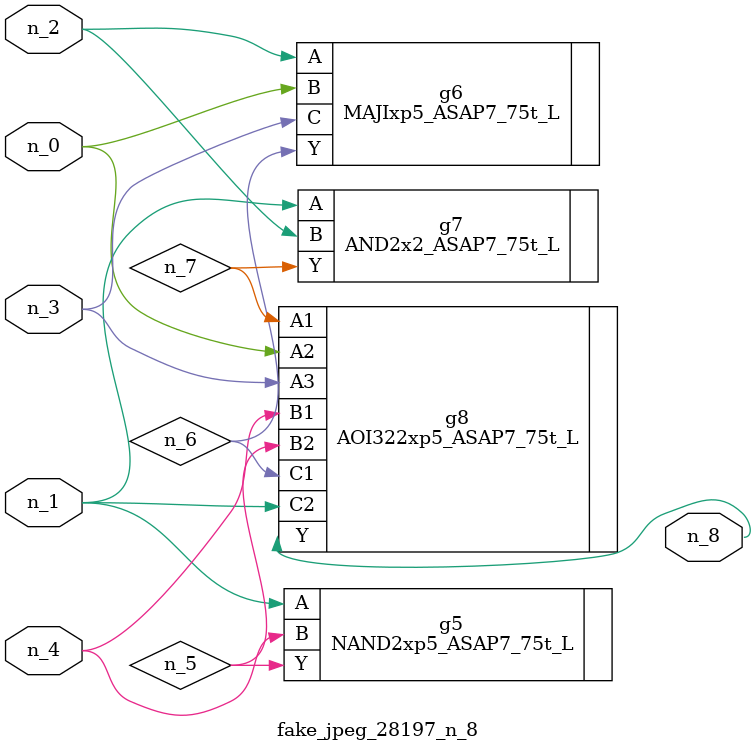
<source format=v>
module fake_jpeg_28197_n_8 (n_3, n_2, n_1, n_0, n_4, n_8);

input n_3;
input n_2;
input n_1;
input n_0;
input n_4;

output n_8;

wire n_6;
wire n_5;
wire n_7;

NAND2xp5_ASAP7_75t_L g5 ( 
.A(n_1),
.B(n_4),
.Y(n_5)
);

MAJIxp5_ASAP7_75t_L g6 ( 
.A(n_2),
.B(n_0),
.C(n_3),
.Y(n_6)
);

AND2x2_ASAP7_75t_L g7 ( 
.A(n_1),
.B(n_2),
.Y(n_7)
);

AOI322xp5_ASAP7_75t_L g8 ( 
.A1(n_7),
.A2(n_0),
.A3(n_3),
.B1(n_4),
.B2(n_5),
.C1(n_6),
.C2(n_1),
.Y(n_8)
);


endmodule
</source>
